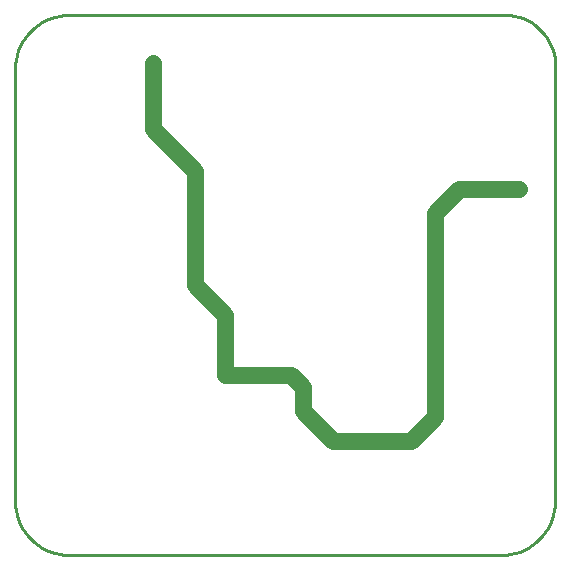
<source format=gbr>
G04 EAGLE Gerber RS-274X export*
G75*
%MOMM*%
%FSLAX34Y34*%
%LPD*%
%IN*%
%IPPOS*%
%AMOC8*
5,1,8,0,0,1.08239X$1,22.5*%
G01*
%ADD10C,1.422400*%
%ADD11C,0.254000*%


D10*
X426720Y309880D02*
X375920Y309880D01*
X355600Y289560D01*
X355600Y116840D01*
X335280Y96520D01*
X269240Y96520D01*
X243840Y121920D01*
X243840Y142240D01*
X233680Y152400D01*
X177800Y152400D01*
X177800Y203200D01*
X152400Y228600D01*
X152400Y325120D01*
X116840Y360680D01*
X116840Y416560D01*
D11*
X0Y45720D02*
X174Y41735D01*
X695Y37781D01*
X1558Y33887D01*
X2757Y30083D01*
X4284Y26398D01*
X6125Y22860D01*
X8268Y19496D01*
X10696Y16332D01*
X13391Y13391D01*
X16332Y10696D01*
X19496Y8268D01*
X22860Y6125D01*
X26398Y4284D01*
X30083Y2757D01*
X33887Y1558D01*
X37781Y695D01*
X41735Y174D01*
X45720Y0D01*
X411480Y0D01*
X415465Y174D01*
X419419Y695D01*
X423313Y1558D01*
X427117Y2757D01*
X430802Y4284D01*
X434340Y6125D01*
X437704Y8268D01*
X440868Y10696D01*
X443809Y13391D01*
X446504Y16332D01*
X448932Y19496D01*
X451075Y22860D01*
X452916Y26398D01*
X454443Y30083D01*
X455642Y33887D01*
X456505Y37781D01*
X457026Y41735D01*
X457200Y45720D01*
X457200Y416560D01*
X456814Y420314D01*
X456103Y424020D01*
X455071Y427649D01*
X453727Y431175D01*
X452081Y434571D01*
X450145Y437810D01*
X447934Y440868D01*
X445465Y443721D01*
X442757Y446349D01*
X439830Y448730D01*
X436706Y450848D01*
X433410Y452685D01*
X429967Y454228D01*
X426402Y455465D01*
X422742Y456386D01*
X419017Y456985D01*
X415253Y457257D01*
X411480Y457200D01*
X45720Y457200D01*
X41735Y457026D01*
X37781Y456505D01*
X33887Y455642D01*
X30083Y454443D01*
X26398Y452916D01*
X22860Y451075D01*
X19496Y448932D01*
X16332Y446504D01*
X13391Y443809D01*
X10696Y440868D01*
X8268Y437704D01*
X6125Y434340D01*
X4284Y430802D01*
X2757Y427117D01*
X1558Y423313D01*
X695Y419419D01*
X174Y415465D01*
X0Y411480D01*
X0Y45720D01*
M02*

</source>
